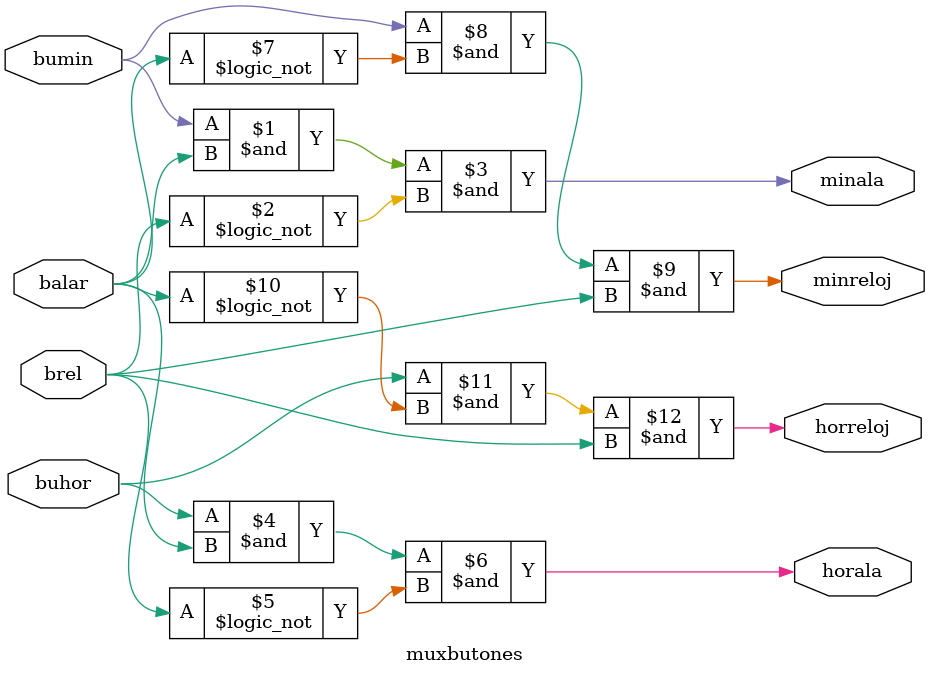
<source format=v>
`timescale 1ns / 1ps
module muxbutones(minala,horala,minreloj,horreloj,bumin,buhor,brel,balar
    );
	 
	 input bumin;//boton de minutos
	 input buhor;//boton de horas 
	 input brel;//boton de reloj
	 input balar;//boton de alarma
	 
	 output wire minala;//minutos alarma
	 output wire horala;//hora alarma
	 output wire minreloj;//minutos reloj
	 output wire horreloj;//horas reloj
	 
	 
	 assign minala=(bumin & balar & !brel);
	 assign horala=(buhor & balar & !brel);
	 assign minreloj=(bumin & !balar & brel);
	 assign horreloj=(buhor & !balar & brel);
		

endmodule

</source>
